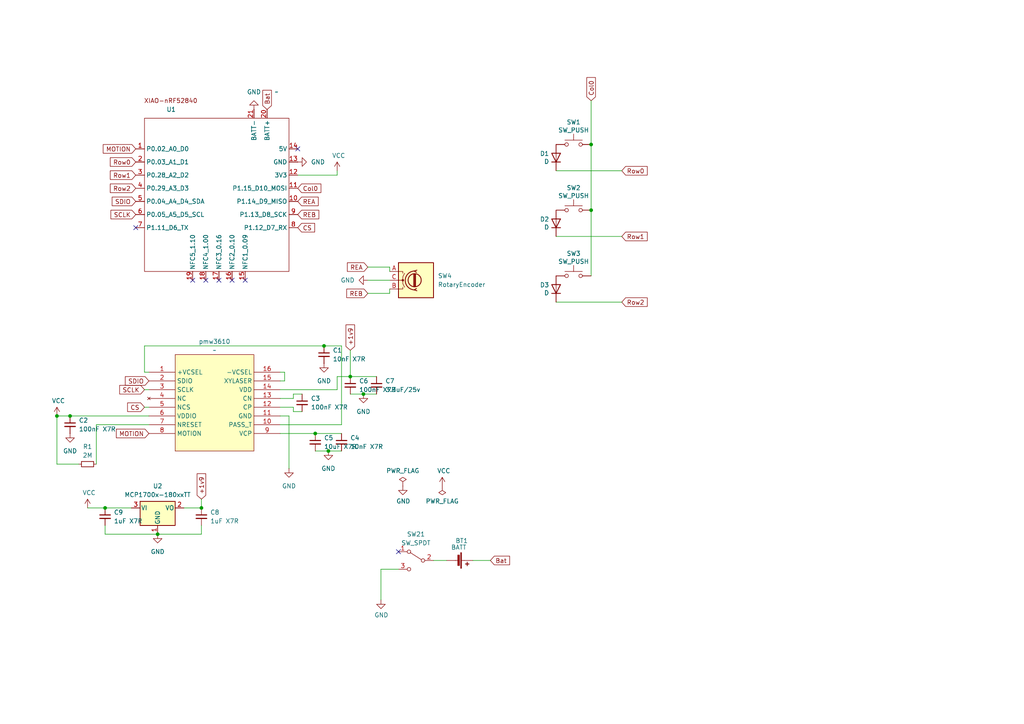
<source format=kicad_sch>
(kicad_sch (version 20231120) (generator "eeschema") (generator_version "8.0")
  (paper "A4")
  (lib_symbols
    (symbol "Device:Battery_Cell" (pin_numbers hide) (pin_names (offset 0) hide)
      (property "Reference" "BT" (at 2.54 2.54 0))
      (property "Value" "Battery_Cell" (at 2.54 0 0))
      (symbol "Battery_Cell_0_1"
        (rectangle (start -2.286 1.778) (end 2.286 1.524) (fill (type outline)))
        (rectangle (start -1.5748 1.1938) (end 1.4732 0.6858) (fill (type outline)))
        (polyline (pts (xy 0 0.762) (xy 0 0)))
        (polyline (pts (xy 0 1.778) (xy 0 2.54)))
        (polyline (pts (xy 0.508 3.429) (xy 1.524 3.429)) (stroke (width 0.254)))
        (polyline (pts (xy 1.016 3.937) (xy 1.016 2.921)) (stroke (width 0.254)))
      )
      (symbol "Battery_Cell_1_1"
        (pin passive line (at 0 5.08 270) (length 2.54) (name "+") (number "1"))
        (pin passive line (at 0 -2.54 90) (length 2.54) (name "-") (number "2"))
      )
    )
    (symbol "Device:C_Small" (pin_numbers hide) (pin_names (offset 0.254) hide)
      (property "Reference" "C" (at 0.254 1.778 0))
      (property "Value" "C_Small" (at 0.254 -2.032 0))
      (symbol "C_Small_0_1"
        (polyline (pts (xy -1.524 -0.508) (xy 1.524 -0.508)) (stroke (width 0.3302)))
        (polyline (pts (xy -1.524 0.508) (xy 1.524 0.508)) (stroke (width 0.3048)))
      )
      (symbol "C_Small_1_1"
        (pin passive line (at 0 2.54 270) (length 2.032) (name "~") (number "1"))
        (pin passive line (at 0 -2.54 90) (length 2.032) (name "~") (number "2"))
      )
    )
    (symbol "Device:D" (pin_numbers hide) (pin_names (offset 1.016) hide)
      (property "Reference" "D" (at 0 2.54 0))
      (property "Value" "D" (at 0 -2.54 0))
      (symbol "D_0_1"
        (polyline (pts (xy -1.27 1.27) (xy -1.27 -1.27)) (stroke (width 0.254)))
        (polyline (pts (xy 1.27 0) (xy -1.27 0)))
        (polyline (pts (xy 1.27 1.27) (xy 1.27 -1.27) (xy -1.27 0) (xy 1.27 1.27)) (stroke (width 0.254)))
      )
      (symbol "D_1_1"
        (pin passive line (at -3.81 0 0) (length 2.54) (name "K") (number "1"))
        (pin passive line (at 3.81 0 180) (length 2.54) (name "A") (number "2"))
      )
    )
    (symbol "Device:R_Small" (pin_numbers hide) (pin_names (offset 0.254) hide)
      (property "Reference" "R" (at 0.762 0.508 0))
      (property "Value" "R_Small" (at 0.762 -1.016 0))
      (symbol "R_Small_0_1"
        (rectangle (start -0.762 1.778) (end 0.762 -1.778) (stroke (width 0.2032)))
      )
      (symbol "R_Small_1_1"
        (pin passive line (at 0 2.54 270) (length 0.762) (name "~") (number "1"))
        (pin passive line (at 0 -2.54 90) (length 0.762) (name "~") (number "2"))
      )
    )
    (symbol "Device:RotaryEncoder" (pin_names (offset 0.254) hide)
      (property "Reference" "SW" (at 0 6.604 0))
      (property "Value" "RotaryEncoder" (at 0 -6.604 0))
      (symbol "RotaryEncoder_0_1"
        (rectangle (start -5.08 5.08) (end 5.08 -5.08) (stroke (width 0.254)) (fill (type background)))
        (circle (center -3.81 0) (radius 0.254) (fill (type outline)))
        (circle (center -0.381 0) (radius 1.905) (stroke (width 0.254)))
        (arc (start -0.381 2.667) (mid -3.0988 -0.0635) (end -0.381 -2.794) (stroke (width 0.254)))
        (polyline (pts (xy -0.635 -1.778) (xy -0.635 1.778)) (stroke (width 0.254)))
        (polyline (pts (xy -0.381 -1.778) (xy -0.381 1.778)) (stroke (width 0.254)))
        (polyline (pts (xy -0.127 1.778) (xy -0.127 -1.778)) (stroke (width 0.254)))
        (polyline (pts (xy -5.08 -2.54) (xy -3.81 -2.54) (xy -3.81 -2.032)))
        (polyline (pts (xy -5.08 2.54) (xy -3.81 2.54) (xy -3.81 2.032)))
        (polyline (pts (xy 0.254 -3.048) (xy -0.508 -2.794) (xy 0.127 -2.413)) (stroke (width 0.254)))
        (polyline (pts (xy 0.254 2.921) (xy -0.508 2.667) (xy 0.127 2.286)) (stroke (width 0.254)))
        (polyline (pts (xy -5.08 0) (xy -3.81 0) (xy -3.81 -1.016) (xy -3.302 -2.032)))
        (polyline (pts (xy -4.318 0) (xy -3.81 0) (xy -3.81 1.016) (xy -3.302 2.032)))
      )
      (symbol "RotaryEncoder_1_1"
        (pin passive line (at -7.62 2.54 0) (length 2.54) (name "A") (number "A"))
        (pin passive line (at -7.62 -2.54 0) (length 2.54) (name "B") (number "B"))
        (pin passive line (at -7.62 0 0) (length 2.54) (name "C") (number "C"))
      )
    )
    (symbol "GND_1" (power) (pin_numbers hide) (pin_names (offset 0) hide)
      (property "Value" "GND" (at 0 -3.81 0))
      (symbol "GND_1_0_1"
        (polyline (pts (xy 0 0) (xy 0 -1.27) (xy 1.27 -1.27) (xy 0 -2.54) (xy -1.27 -1.27) (xy 0 -1.27)))
      )
      (symbol "GND_1_1_1"
        (pin power_in line (at 0 0 270) (length 0) (name "~") (number "1"))
      )
    )
    (symbol "Regulator_Linear:MCP1700x-180xxTT" (pin_names (offset 0.254))
      (property "Reference" "U" (at -3.81 3.175 0))
      (property "Value" "MCP1700x-180xxTT" (at 0 3.175 0))
      (symbol "MCP1700x-180xxTT_0_1"
        (rectangle (start -5.08 1.905) (end 5.08 -5.08) (stroke (width 0.254)) (fill (type background)))
      )
      (symbol "MCP1700x-180xxTT_1_1"
        (pin power_in line (at 0 -7.62 90) (length 2.54) (name "GND") (number "1"))
        (pin power_out line (at 7.62 0 180) (length 2.54) (name "VO") (number "2"))
        (pin power_in line (at -7.62 0 0) (length 2.54) (name "VI") (number "3"))
      )
    )
    (symbol "Switch:SW_Push" (pin_numbers hide) (pin_names (offset 1.016) hide)
      (property "Reference" "SW" (at 1.27 2.54 0))
      (property "Value" "SW_Push" (at 0 -1.524 0))
      (symbol "SW_Push_0_1"
        (circle (center -2.032 0) (radius 0.508))
        (polyline (pts (xy 0 1.27) (xy 0 3.048)))
        (polyline (pts (xy 2.54 1.27) (xy -2.54 1.27)))
        (circle (center 2.032 0) (radius 0.508))
        (pin passive line (at -5.08 0 0) (length 2.54) (name "1") (number "1"))
        (pin passive line (at 5.08 0 180) (length 2.54) (name "2") (number "2"))
      )
    )
    (symbol "Switch:SW_SPDT" (pin_names (offset 0) hide)
      (property "Reference" "SW" (at 0 4.318 0))
      (property "Value" "SW_SPDT" (at 0 -5.08 0))
      (symbol "SW_SPDT_0_0"
        (circle (center -2.032 0) (radius 0.508))
        (circle (center 2.032 -2.54) (radius 0.508))
      )
      (symbol "SW_SPDT_0_1"
        (polyline (pts (xy -1.524 0.254) (xy 1.651 2.286)))
        (circle (center 2.032 2.54) (radius 0.508))
      )
      (symbol "SW_SPDT_1_1"
        (pin passive line (at 5.08 2.54 180) (length 2.54) (name "A") (number "1"))
        (pin passive line (at -5.08 0 0) (length 2.54) (name "B") (number "2"))
        (pin passive line (at 5.08 -2.54 180) (length 2.54) (name "C") (number "3"))
      )
    )
    (symbol "my:XIAO-nRF52840"
      (property "Reference" "U1" (at 19.05 -3.81 0))
      (property "Value" "~" (at 50.4541 1.27 0))
      (symbol "XIAO-nRF52840_1_1"
        (text "XIAO-nRF52840" (at 20.32 -1.27 0) (effects (font (size 1.27 1.27))))
        (text_box "" (at 12.7 -6.35 0) (size 41.91 -44.45) (effects (font (size 1.27 1.27)) (justify left top)))
        (pin unspecified line (at 10.16 -15.24 0) (length 2.54) (name "P0.02_A0_D0") (number "1"))
        (pin unspecified line (at 57.15 -30.48 180) (length 2.54) (name "P1.14_D9_MISO") (number "10"))
        (pin unspecified line (at 57.15 -26.67 180) (length 2.54) (name "P1.15_D10_MOSI") (number "11"))
        (pin unspecified line (at 57.15 -22.86 180) (length 2.54) (name "3V3") (number "12"))
        (pin unspecified line (at 57.15 -19.05 180) (length 2.54) (name "GND") (number "13"))
        (pin unspecified line (at 57.15 -15.24 180) (length 2.54) (name "5V") (number "14"))
        (pin unspecified line (at 41.91 -53.34 90) (length 2.54) (name "NFC1_0.09") (number "15"))
        (pin unspecified line (at 38.1 -53.34 90) (length 2.54) (name "NFC2_0.10") (number "16"))
        (pin unspecified line (at 34.29 -53.34 90) (length 2.54) (name "NFC3_0.16") (number "17"))
        (pin unspecified line (at 30.48 -53.34 90) (length 2.54) (name "NFC4_1.00") (number "18"))
        (pin unspecified line (at 26.67 -53.34 90) (length 2.54) (name "NFC5_1.10") (number "19"))
        (pin unspecified line (at 10.16 -19.05 0) (length 2.54) (name "P0.03_A1_D1") (number "2"))
        (pin unspecified line (at 48.26 -3.81 270) (length 2.54) (name "BATT+") (number "20"))
        (pin unspecified line (at 44.45 -3.81 270) (length 2.54) (name "BATT-") (number "21"))
        (pin unspecified line (at 10.16 -22.86 0) (length 2.54) (name "P0.28_A2_D2") (number "3"))
        (pin unspecified line (at 10.16 -26.67 0) (length 2.54) (name "P0.29_A3_D3") (number "4"))
        (pin unspecified line (at 10.16 -30.48 0) (length 2.54) (name "P0.04_A4_D4_SDA") (number "5"))
        (pin unspecified line (at 10.16 -34.29 0) (length 2.54) (name "P0.05_A5_D5_SCL") (number "6"))
        (pin unspecified line (at 10.16 -38.1 0) (length 2.54) (name "P1.11_D6_TX") (number "7"))
        (pin unspecified line (at 57.15 -38.1 180) (length 2.54) (name "P1.12_D7_RX") (number "8"))
        (pin unspecified line (at 57.15 -34.29 180) (length 2.54) (name "P1.13_D8_SCK") (number "9"))
      )
    )
    (symbol "power:GND" (power) (pin_names (offset 0))
      (property "Value" "GND" (at 0 -3.81 0))
      (symbol "GND_0_1"
        (polyline (pts (xy 0 0) (xy 0 -1.27) (xy 1.27 -1.27) (xy 0 -2.54) (xy -1.27 -1.27) (xy 0 -1.27)))
      )
      (symbol "GND_1_1"
        (pin power_in line (at 0 0 270) (length 0) hide (name "GND") (number "1"))
      )
    )
    (symbol "power:PWR_FLAG" (power) (pin_numbers hide) (pin_names (offset 0) hide)
      (property "Value" "PWR_FLAG" (at 0 3.81 0))
      (symbol "PWR_FLAG_0_0"
        (pin power_out line (at 0 0 90) (length 0) (name "pwr") (number "1"))
      )
      (symbol "PWR_FLAG_0_1"
        (polyline (pts (xy 0 0) (xy 0 1.27) (xy -1.016 1.905) (xy 0 2.54) (xy 1.016 1.905) (xy 0 1.27)))
      )
    )
    (symbol "power:VCC" (power) (pin_names (offset 0))
      (property "Value" "VCC" (at 0 3.81 0))
      (symbol "VCC_0_1"
        (polyline (pts (xy -0.762 1.27) (xy 0 2.54)))
        (polyline (pts (xy 0 0) (xy 0 2.54)))
        (polyline (pts (xy 0 2.54) (xy 0.762 1.27)))
      )
      (symbol "VCC_1_1"
        (pin power_in line (at 0 0 90) (length 0) hide (name "VCC") (number "1"))
      )
    )
    (symbol "seiboku-symbols:PMW3610-SUDU"
      (property "Reference" "U" (at -10.668 15.24 0))
      (symbol "PMW3610-SUDU_1_0"
        (rectangle (start -11.43 13.97) (end 11.43 -13.97) (fill (type background)))
      )
      (symbol "PMW3610-SUDU_1_1"
        (pin power_in line (at -19.05 8.89 0) (length 7.62) (name "+VCSEL") (number "1"))
        (pin power_in line (at 19.05 -6.35 180) (length 7.62) (name "PASS_T") (number "10"))
        (pin power_in line (at 19.05 -3.81 180) (length 7.62) (name "GND") (number "11"))
        (pin power_out line (at 19.05 -1.27 180) (length 7.62) (name "CP") (number "12"))
        (pin power_in line (at 19.05 1.27 180) (length 7.62) (name "CN") (number "13"))
        (pin power_in line (at 19.05 3.81 180) (length 7.62) (name "VDD") (number "14"))
        (pin power_in line (at 19.05 6.35 180) (length 7.62) (name "XYLASER") (number "15"))
        (pin power_in line (at 19.05 8.89 180) (length 7.62) (name "-VCSEL") (number "16"))
        (pin bidirectional line (at -19.05 6.35 0) (length 7.62) (name "SDIO") (number "2"))
        (pin input line (at -19.05 3.81 0) (length 7.62) (name "SCLK") (number "3"))
        (pin no_connect line (at -19.05 1.27 0) (length 7.62) (name "NC") (number "4"))
        (pin input line (at -19.05 -1.27 0) (length 7.62) (name "NCS") (number "5"))
        (pin power_in line (at -19.05 -3.81 0) (length 7.62) (name "VDDIO") (number "6"))
        (pin input line (at -19.05 -6.35 0) (length 7.62) (name "NRESET") (number "7"))
        (pin output line (at -19.05 -8.89 0) (length 7.62) (name "MOTION") (number "8"))
        (pin power_out line (at 19.05 -8.89 180) (length 7.62) (name "VCP") (number "9"))
      )
    )
  )
  (junction (at 171.45 41.91))
  (junction (at 105.41 114.3))
  (junction (at 91.44 125.73))
  (junction (at 45.72 154.94))
  (junction (at 58.42 147.32))
  (junction (at 95.25 130.81))
  (junction (at 101.6 109.22))
  (junction (at 20.32 120.65))
  (junction (at 93.98 100.33))
  (junction (at 30.48 147.32))
  (junction (at 171.45 60.96))
  (junction (at 16.51 120.65))
  (no_connect (at 115.57 160.02))
  (no_connect (at 67.31 81.28))
  (no_connect (at 71.12 81.28))
  (no_connect (at 55.88 81.28))
  (no_connect (at 86.36 43.18))
  (no_connect (at 59.69 81.28))
  (no_connect (at 63.5 81.28))
  (no_connect (at 39.37 66.04))
  (wire (pts (xy 41.91 113.03) (xy 43.18 113.03)))
  (wire (pts (xy 106.68 77.47) (xy 113.03 77.47)))
  (wire (pts (xy 81.28 123.19) (xy 99.06 123.19)))
  (wire (pts (xy 106.68 81.28) (xy 113.03 81.28)))
  (wire (pts (xy 20.32 120.65) (xy 43.18 120.65)))
  (wire (pts (xy 81.28 110.49) (xy 82.55 110.49)))
  (wire (pts (xy 105.41 114.3) (xy 109.22 114.3)))
  (wire (pts (xy 16.51 120.65) (xy 16.51 134.62)))
  (wire (pts (xy 41.91 100.33) (xy 93.98 100.33)))
  (wire (pts (xy 113.03 77.47) (xy 113.03 78.74)))
  (wire (pts (xy 83.82 120.65) (xy 81.28 120.65)))
  (wire (pts (xy 137.16 162.56) (xy 142.24 162.56)))
  (wire (pts (xy 99.06 123.19) (xy 99.06 100.33)))
  (wire (pts (xy 91.44 125.73) (xy 99.06 125.73)))
  (wire (pts (xy 113.03 85.09) (xy 113.03 83.82)))
  (wire (pts (xy 125.73 162.56) (xy 129.54 162.56)))
  (wire (pts (xy 101.6 114.3) (xy 105.41 114.3)))
  (wire (pts (xy 161.29 49.53) (xy 180.34 49.53)))
  (wire (pts (xy 16.51 120.65) (xy 20.32 120.65)))
  (wire (pts (xy 106.68 85.09) (xy 113.03 85.09)))
  (wire (pts (xy 110.49 165.1) (xy 110.49 173.99)))
  (wire (pts (xy 83.82 135.89) (xy 83.82 120.65)))
  (wire (pts (xy 115.57 165.1) (xy 110.49 165.1)))
  (wire (pts (xy 81.28 125.73) (xy 91.44 125.73)))
  (wire (pts (xy 171.45 60.96) (xy 171.45 80.01)))
  (wire (pts (xy 25.4 147.32) (xy 30.48 147.32)))
  (wire (pts (xy 101.6 109.22) (xy 109.22 109.22)))
  (wire (pts (xy 101.6 101.6) (xy 101.6 109.22)))
  (wire (pts (xy 171.45 41.91) (xy 171.45 60.96)))
  (wire (pts (xy 58.42 152.4) (xy 58.42 154.94)))
  (wire (pts (xy 81.28 115.57) (xy 85.09 115.57)))
  (wire (pts (xy 30.48 154.94) (xy 45.72 154.94)))
  (wire (pts (xy 85.09 119.38) (xy 87.63 119.38)))
  (wire (pts (xy 161.29 68.58) (xy 180.34 68.58)))
  (wire (pts (xy 95.25 130.81) (xy 99.06 130.81)))
  (wire (pts (xy 30.48 152.4) (xy 30.48 154.94)))
  (wire (pts (xy 27.94 134.62) (xy 27.94 123.19)))
  (wire (pts (xy 81.28 118.11) (xy 85.09 118.11)))
  (wire (pts (xy 97.79 113.03) (xy 97.79 109.22)))
  (wire (pts (xy 22.86 134.62) (xy 16.51 134.62)))
  (wire (pts (xy 53.34 147.32) (xy 58.42 147.32)))
  (wire (pts (xy 97.79 109.22) (xy 101.6 109.22)))
  (wire (pts (xy 27.94 123.19) (xy 43.18 123.19)))
  (wire (pts (xy 58.42 154.94) (xy 45.72 154.94)))
  (wire (pts (xy 91.44 130.81) (xy 95.25 130.81)))
  (wire (pts (xy 41.91 107.95) (xy 41.91 100.33)))
  (wire (pts (xy 171.45 29.21) (xy 171.45 41.91)))
  (wire (pts (xy 41.91 118.11) (xy 43.18 118.11)))
  (wire (pts (xy 81.28 107.95) (xy 82.55 107.95)))
  (wire (pts (xy 41.91 107.95) (xy 43.18 107.95)))
  (wire (pts (xy 85.09 114.3) (xy 87.63 114.3)))
  (wire (pts (xy 30.48 147.32) (xy 38.1 147.32)))
  (wire (pts (xy 97.79 49.53) (xy 97.79 50.8)))
  (wire (pts (xy 85.09 115.57) (xy 85.09 114.3)))
  (wire (pts (xy 85.09 118.11) (xy 85.09 119.38)))
  (wire (pts (xy 58.42 144.78) (xy 58.42 147.32)))
  (wire (pts (xy 161.29 87.63) (xy 180.34 87.63)))
  (wire (pts (xy 99.06 100.33) (xy 93.98 100.33)))
  (wire (pts (xy 97.79 50.8) (xy 86.36 50.8)))
  (wire (pts (xy 82.55 107.95) (xy 82.55 110.49)))
  (wire (pts (xy 81.28 113.03) (xy 97.79 113.03)))
  (global_label "Row2" (shape input) (at 180.34 87.63 0) (property "Intersheetrefs" "${INTERSHEET_REFS}" (effects (hide yes))))
  (global_label "Row1" (shape input) (at 180.34 68.58 0) (property "Intersheetrefs" "${INTERSHEET_REFS}" (effects (hide yes))))
  (global_label "+1v9" (shape input) (at 101.6 101.6 90) (property "Intersheetrefs" "${INTERSHEET_REFS}" (effects (hide yes))))
  (global_label "Bat" (shape input) (at 77.47 31.75 90) (property "Intersheetrefs" "${INTERSHEET_REFS}" (effects (hide yes))))
  (global_label "SCLK" (shape input) (at 41.91 113.03 180) (property "Intersheetrefs" "${INTERSHEET_REFS}" (effects (hide yes))))
  (global_label "Row0" (shape input) (at 180.34 49.53 0) (property "Intersheetrefs" "${INTERSHEET_REFS}" (effects (hide yes))))
  (global_label "Row0" (shape input) (at 39.37 46.99 180) (property "Intersheetrefs" "${INTERSHEET_REFS}" (effects (hide yes))))
  (global_label "MOTION" (shape input) (at 39.37 43.18 180) (property "Intersheetrefs" "${INTERSHEET_REFS}" (effects (hide yes))))
  (global_label "+1v9" (shape input) (at 58.42 144.78 90) (property "Intersheetrefs" "${INTERSHEET_REFS}" (effects (hide yes))))
  (global_label "SDIO" (shape input) (at 43.18 110.49 180) (property "Intersheetrefs" "${INTERSHEET_REFS}" (effects (hide yes))))
  (global_label "SCLK" (shape input) (at 39.37 62.23 180) (property "Intersheetrefs" "${INTERSHEET_REFS}" (effects (hide yes))))
  (global_label "MOTION" (shape input) (at 43.18 125.73 180) (property "Intersheetrefs" "${INTERSHEET_REFS}" (effects (hide yes))))
  (global_label "Row2" (shape input) (at 39.37 54.61 180) (property "Intersheetrefs" "${INTERSHEET_REFS}" (effects (hide yes))))
  (global_label "Col0" (shape input) (at 86.36 54.61 0) (property "Intersheetrefs" "${INTERSHEET_REFS}" (effects (hide yes))))
  (global_label "CS" (shape input) (at 41.91 118.11 180) (property "Intersheetrefs" "${INTERSHEET_REFS}" (effects (hide yes))))
  (global_label "Row1" (shape input) (at 39.37 50.8 180) (property "Intersheetrefs" "${INTERSHEET_REFS}" (effects (hide yes))))
  (global_label "Bat" (shape input) (at 142.24 162.56 0) (property "Intersheetrefs" "${INTERSHEET_REFS}" (effects (hide yes))))
  (global_label "CS" (shape input) (at 86.36 66.04 0) (property "Intersheetrefs" "${INTERSHEET_REFS}" (effects (hide yes))))
  (global_label "REB" (shape input) (at 106.68 85.09 180) (property "Intersheetrefs" "${INTERSHEET_REFS}" (effects (hide yes))))
  (global_label "SDIO" (shape input) (at 39.37 58.42 180) (property "Intersheetrefs" "${INTERSHEET_REFS}" (effects (hide yes))))
  (global_label "REB" (shape input) (at 86.36 62.23 0) (property "Intersheetrefs" "${INTERSHEET_REFS}" (effects (hide yes))))
  (global_label "REA" (shape input) (at 106.68 77.47 180) (property "Intersheetrefs" "${INTERSHEET_REFS}" (effects (hide yes))))
  (global_label "REA" (shape input) (at 86.36 58.42 0) (property "Intersheetrefs" "${INTERSHEET_REFS}" (effects (hide yes))))
  (global_label "Col0" (shape input) (at 171.45 29.21 90) (property "Intersheetrefs" "${INTERSHEET_REFS}" (effects (hide yes))))
  (symbol (lib_id "power:VCC") (at 97.79 49.53 0) (unit 1)
    (property "Reference" "#PWR05" (effects (hide yes)))
    (property "Value" "VCC" (at 98.2218 45.1358 0))
  )
  (symbol (lib_id "Device:C_Small") (at 109.22 111.76 0) (unit 1)
    (property "Reference" "C7" (at 111.76 110.4962 0) (effects (justify left)))
    (property "Value" "3.3uF/25v" (at 111.76 113.0362 0) (effects (justify left)))
    (property "Footprint" "Capacitor_SMD:C_0603_1608Metric" (effects (hide yes)))
    (property "Description" "Unpolarized capacitor, small symbol" (effects (hide yes)))
  )
  (symbol (lib_name "GND_1") (lib_id "power:GND") (at 95.25 130.81 0) (unit 1)
    (property "Reference" "#PWR011" (effects (hide yes)))
    (property "Value" "GND" (at 95.25 135.89 0))
    (property "Description" "Power symbol creates a global label with name \"GND\" , ground" (effects (hide yes)))
  )
  (symbol (lib_id "Device:D") (at 161.29 45.72 270) (mirror x) (unit 1)
    (property "Reference" "D1" (at 159.2834 44.5516 90) (effects (justify right)))
    (property "Value" "D" (at 159.2834 46.863 90) (effects (justify right)))
    (property "Footprint" "kbd_Parts:Diode_TH_SMD" (effects (hide yes)))
  )
  (symbol (lib_name "GND_1") (lib_id "power:GND") (at 106.68 81.28 270) (unit 1)
    (property "Reference" "#PWR015" (effects (hide yes)))
    (property "Value" "GND" (at 102.87 81.2799 90) (effects (justify right)))
    (property "Description" "Power symbol creates a global label with name \"GND\" , ground" (effects (hide yes)))
  )
  (symbol (lib_id "Switch:SW_Push") (at 166.37 60.96 0) (mirror y) (unit 1)
    (property "Reference" "SW2" (at 166.37 54.483 0))
    (property "Value" "SW_PUSH" (at 166.37 56.7944 0))
    (property "Footprint" "kbd_SW_PCBA:MX_Choc_v1v2_Hotswap_1u" (effects (hide yes)))
  )
  (symbol (lib_id "power:VCC") (at 25.4 147.32 0) (unit 1)
    (property "Reference" "#PWR014" (effects (hide yes)))
    (property "Value" "VCC" (at 25.8318 142.9258 0))
  )
  (symbol (lib_name "GND_1") (lib_id "power:GND") (at 93.98 105.41 0) (unit 1)
    (property "Reference" "#PWR010" (effects (hide yes)))
    (property "Value" "GND" (at 93.98 110.49 0))
    (property "Description" "Power symbol creates a global label with name \"GND\" , ground" (effects (hide yes)))
  )
  (symbol (lib_id "Device:D") (at 161.29 83.82 270) (mirror x) (unit 1)
    (property "Reference" "D3" (at 159.2834 82.6516 90) (effects (justify right)))
    (property "Value" "D" (at 159.2834 84.963 90) (effects (justify right)))
    (property "Footprint" "kbd_Parts:Diode_TH_SMD" (effects (hide yes)))
  )
  (symbol (lib_id "Device:R_Small") (at 25.4 134.62 90) (unit 1)
    (property "Reference" "R1" (at 25.4 129.54 90))
    (property "Value" "2M" (at 25.4 132.08 90))
    (property "Footprint" "Capacitor_SMD:C_0603_1608Metric" (effects (hide yes)))
    (property "Description" "Resistor, small symbol" (effects (hide yes)))
  )
  (symbol (lib_name "GND_1") (lib_id "power:GND") (at 73.66 31.75 180) (unit 1)
    (property "Reference" "#PWR03" (effects (hide yes)))
    (property "Value" "GND" (at 73.66 26.67 0))
    (property "Description" "Power symbol creates a global label with name \"GND\" , ground" (effects (hide yes)))
  )
  (symbol (lib_name "GND_1") (lib_id "power:GND") (at 105.41 114.3 0) (unit 1)
    (property "Reference" "#PWR012" (effects (hide yes)))
    (property "Value" "GND" (at 105.41 119.38 0))
    (property "Description" "Power symbol creates a global label with name \"GND\" , ground" (effects (hide yes)))
  )
  (symbol (lib_id "my:XIAO-nRF52840") (at 29.21 27.94 0) (unit 1)
    (property "Reference" "U1" (at 48.26 31.75 0) (effects (justify left)))
    (property "Value" "~" (at 79.6641 26.67 0) (effects (justify left)))
    (property "Footprint" "Salicylic_kbd_Library:XIAO_nRF52840_wBAT_wNFC_1" (effects (hide yes)))
  )
  (symbol (lib_id "Switch:SW_Push") (at 166.37 80.01 0) (mirror y) (unit 1)
    (property "Reference" "SW3" (at 166.37 73.533 0))
    (property "Value" "SW_PUSH" (at 166.37 75.8444 0))
    (property "Footprint" "kbd_SW_PCBA:MX_Choc_v1v2_Hotswap_1u" (effects (hide yes)))
  )
  (symbol (lib_id "Switch:SW_Push") (at 166.37 41.91 0) (mirror y) (unit 1)
    (property "Reference" "SW1" (at 166.37 35.433 0))
    (property "Value" "SW_PUSH" (at 166.37 37.7444 0))
    (property "Footprint" "kbd_SW_PCBA:MX_Choc_v1v2_Hotswap_1u" (effects (hide yes)))
  )
  (symbol (lib_id "Device:RotaryEncoder") (at 120.65 81.28 0) (unit 1)
    (property "Reference" "SW4" (at 127 80.0099 0) (effects (justify left)))
    (property "Value" "RotaryEncoder" (at 127 82.5499 0) (effects (justify left)))
    (property "Footprint" "kbd_Parts:RotaryEncoder_EC12E" (effects (hide yes)))
    (property "Description" "Rotary encoder, dual channel, incremental quadrate outputs" (effects (hide yes)))
  )
  (symbol (lib_name "GND_1") (lib_id "power:GND") (at 83.82 135.89 0) (unit 1)
    (property "Reference" "#PWR02" (effects (hide yes)))
    (property "Value" "GND" (at 83.82 140.97 0))
    (property "Description" "Power symbol creates a global label with name \"GND\" , ground" (effects (hide yes)))
  )
  (symbol (lib_id "Regulator_Linear:MCP1700x-180xxTT") (at 45.72 147.32 0) (unit 1)
    (property "Reference" "U2" (at 45.72 140.97 0))
    (property "Value" "MCP1700x-180xxTT" (at 45.72 143.51 0))
    (property "Footprint" "Package_TO_SOT_SMD:SOT-23" (effects (hide yes)))
    (property "Datasheet" "http://ww1.microchip.com/downloads/en/DeviceDoc/20001826D.pdf" (effects (hide yes)))
    (property "Description" "250mA Low Quiscent Current LDO, 1.8V output, SOT-23" (effects (hide yes)))
  )
  (symbol (lib_id "Switch:SW_SPDT") (at 120.65 162.56 0) (mirror y) (unit 1)
    (property "Reference" "SW21" (at 120.65 154.94 0))
    (property "Value" "SW_SPDT" (at 120.65 157.48 0))
    (property "Footprint" "kbd_Parts:TGSW_MSK-12D19" (effects (hide yes)))
  )
  (symbol (lib_name "GND_1") (lib_id "power:GND") (at 20.32 125.73 0) (unit 1)
    (property "Reference" "#PWR09" (effects (hide yes)))
    (property "Value" "GND" (at 20.32 130.81 0))
    (property "Description" "Power symbol creates a global label with name \"GND\" , ground" (effects (hide yes)))
  )
  (symbol (lib_id "Device:C_Small") (at 58.42 149.86 0) (unit 1)
    (property "Reference" "C8" (at 60.96 148.5962 0) (effects (justify left)))
    (property "Value" "1uF X7R" (at 60.96 151.1362 0) (effects (justify left)))
    (property "Footprint" "Capacitor_SMD:C_0603_1608Metric" (effects (hide yes)))
    (property "Description" "Unpolarized capacitor, small symbol" (effects (hide yes)))
  )
  (symbol (lib_name "GND_1") (lib_id "power:GND") (at 86.36 46.99 90) (unit 1)
    (property "Reference" "#PWR04" (effects (hide yes)))
    (property "Value" "GND" (at 90.17 46.9899 90) (effects (justify right)))
    (property "Description" "Power symbol creates a global label with name \"GND\" , ground" (effects (hide yes)))
  )
  (symbol (lib_id "Device:D") (at 161.29 64.77 270) (mirror x) (unit 1)
    (property "Reference" "D2" (at 159.2834 63.6016 90) (effects (justify right)))
    (property "Value" "D" (at 159.2834 65.913 90) (effects (justify right)))
    (property "Footprint" "kbd_Parts:Diode_TH_SMD" (effects (hide yes)))
  )
  (symbol (lib_id "power:GND") (at 116.84 140.97 0) (unit 1)
    (property "Reference" "#PWR06" (effects (hide yes)))
    (property "Value" "GND" (at 116.967 145.3642 0))
  )
  (symbol (lib_id "Device:C_Small") (at 30.48 149.86 0) (unit 1)
    (property "Reference" "C9" (at 33.02 148.5962 0) (effects (justify left)))
    (property "Value" "1uF X7R" (at 33.02 151.1362 0) (effects (justify left)))
    (property "Footprint" "Capacitor_SMD:C_0603_1608Metric" (effects (hide yes)))
    (property "Description" "Unpolarized capacitor, small symbol" (effects (hide yes)))
  )
  (symbol (lib_id "Device:C_Small") (at 91.44 128.27 0) (unit 1)
    (property "Reference" "C5" (at 93.98 127.0062 0) (effects (justify left)))
    (property "Value" "10uF X7R" (at 93.98 129.5462 0) (effects (justify left)))
    (property "Footprint" "Capacitor_SMD:C_0603_1608Metric" (effects (hide yes)))
    (property "Description" "Unpolarized capacitor, small symbol" (effects (hide yes)))
  )
  (symbol (lib_id "seiboku-symbols:PMW3610-SUDU") (at 62.23 116.84 0) (unit 1)
    (property "Reference" "pmw3610" (at 62.23 99.06 0))
    (property "Value" "~" (at 62.23 101.6 0))
    (property "Footprint" "seiboku-footprints:PMW3610DM-SUDU" (effects (hide yes)))
  )
  (symbol (lib_id "Device:Battery_Cell") (at 132.08 162.56 270) (unit 1)
    (property "Reference" "BT1" (at 132.08 156.845 90) (effects (justify left)))
    (property "Value" "BATT" (at 130.81 158.75 90) (effects (justify left)))
    (property "Footprint" "Salicylic_kbd_Library:JST_S2B-PH-SM4-TB" (effects (hide yes)))
  )
  (symbol (lib_id "Device:C_Small") (at 20.32 123.19 0) (unit 1)
    (property "Reference" "C2" (at 22.86 121.9262 0) (effects (justify left)))
    (property "Value" "100nF X7R" (at 22.86 124.4662 0) (effects (justify left)))
    (property "Footprint" "Capacitor_SMD:C_0603_1608Metric" (effects (hide yes)))
    (property "Description" "Unpolarized capacitor, small symbol" (effects (hide yes)))
  )
  (symbol (lib_id "Device:C_Small") (at 93.98 102.87 0) (unit 1)
    (property "Reference" "C1" (at 96.52 101.6062 0) (effects (justify left)))
    (property "Value" "10nF X7R" (at 96.52 104.1462 0) (effects (justify left)))
    (property "Footprint" "Capacitor_SMD:C_0603_1608Metric" (effects (hide yes)))
    (property "Description" "Unpolarized capacitor, small symbol" (effects (hide yes)))
  )
  (symbol (lib_id "Device:C_Small") (at 99.06 128.27 0) (unit 1)
    (property "Reference" "C4" (at 101.6 127.0062 0) (effects (justify left)))
    (property "Value" "10nF X7R" (at 101.6 129.5462 0) (effects (justify left)))
    (property "Footprint" "Capacitor_SMD:C_0603_1608Metric" (effects (hide yes)))
    (property "Description" "Unpolarized capacitor, small symbol" (effects (hide yes)))
  )
  (symbol (lib_name "GND_1") (lib_id "power:GND") (at 45.72 154.94 0) (unit 1)
    (property "Reference" "#PWR013" (effects (hide yes)))
    (property "Value" "GND" (at 45.72 160.02 0))
    (property "Description" "Power symbol creates a global label with name \"GND\" , ground" (effects (hide yes)))
  )
  (symbol (lib_id "Device:C_Small") (at 101.6 111.76 0) (unit 1)
    (property "Reference" "C6" (at 104.14 110.4962 0) (effects (justify left)))
    (property "Value" "100nF X7R" (at 104.14 113.0362 0) (effects (justify left)))
    (property "Footprint" "Capacitor_SMD:C_0603_1608Metric" (effects (hide yes)))
    (property "Description" "Unpolarized capacitor, small symbol" (effects (hide yes)))
  )
  (symbol (lib_id "Device:C_Small") (at 87.63 116.84 0) (unit 1)
    (property "Reference" "C3" (at 90.17 115.5762 0) (effects (justify left)))
    (property "Value" "100nF X7R" (at 90.17 118.1162 0) (effects (justify left)))
    (property "Footprint" "Capacitor_SMD:C_0603_1608Metric" (effects (hide yes)))
    (property "Description" "Unpolarized capacitor, small symbol" (effects (hide yes)))
  )
  (symbol (lib_id "power:VCC") (at 128.27 140.97 0) (unit 1)
    (property "Reference" "#PWR07" (effects (hide yes)))
    (property "Value" "VCC" (at 128.7018 136.5758 0))
  )
  (symbol (lib_id "power:PWR_FLAG") (at 128.27 140.97 180) (unit 1)
    (property "Reference" "#FLG02" (effects (hide yes)))
    (property "Value" "PWR_FLAG" (at 128.27 145.3642 0))
  )
  (symbol (lib_id "power:GND") (at 110.49 173.99 0) (unit 1)
    (property "Reference" "#PWR01" (effects (hide yes)))
    (property "Value" "GND" (at 110.617 178.3842 0))
  )
  (symbol (lib_id "power:PWR_FLAG") (at 116.84 140.97 0) (unit 1)
    (property "Reference" "#FLG01" (effects (hide yes)))
    (property "Value" "PWR_FLAG" (at 116.84 136.5504 0))
  )
  (symbol (lib_id "power:VCC") (at 16.51 120.65 0) (unit 1)
    (property "Reference" "#PWR08" (effects (hide yes)))
    (property "Value" "VCC" (at 16.9418 116.2558 0))
  )
)
</source>
